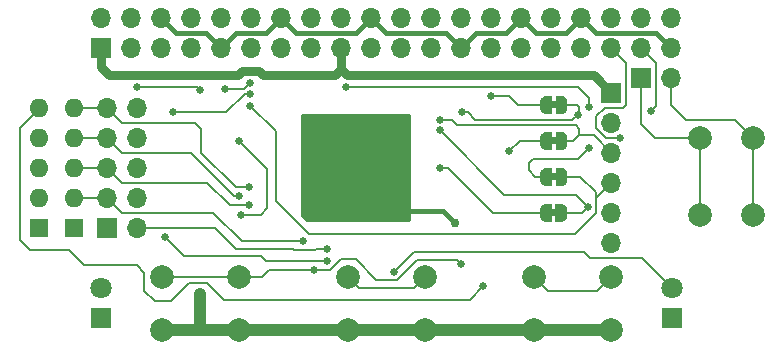
<source format=gbl>
G04 #@! TF.GenerationSoftware,KiCad,Pcbnew,(5.1.4)-1*
G04 #@! TF.CreationDate,2019-10-21T18:14:15+01:00*
G04 #@! TF.ProjectId,rgb-to-hdmi,7267622d-746f-42d6-9864-6d692e6b6963,rev?*
G04 #@! TF.SameCoordinates,Original*
G04 #@! TF.FileFunction,Copper,L2,Bot*
G04 #@! TF.FilePolarity,Positive*
%FSLAX46Y46*%
G04 Gerber Fmt 4.6, Leading zero omitted, Abs format (unit mm)*
G04 Created by KiCad (PCBNEW (5.1.4)-1) date 2019-10-21 18:14:15*
%MOMM*%
%LPD*%
G04 APERTURE LIST*
%ADD10C,0.100000*%
%ADD11O,1.700000X1.700000*%
%ADD12R,1.700000X1.700000*%
%ADD13C,0.500000*%
%ADD14R,1.800000X1.800000*%
%ADD15C,1.800000*%
%ADD16O,1.600000X1.600000*%
%ADD17R,1.600000X1.600000*%
%ADD18C,2.000000*%
%ADD19C,0.762000*%
%ADD20C,0.660400*%
%ADD21C,0.381000*%
%ADD22C,0.762000*%
%ADD23C,0.203200*%
%ADD24C,1.016000*%
%ADD25C,0.254000*%
G04 APERTURE END LIST*
D10*
G36*
X59476000Y-37444960D02*
G01*
X58976000Y-37444960D01*
X58976000Y-36844960D01*
X59476000Y-36844960D01*
X59476000Y-37444960D01*
G37*
G36*
X59476000Y-34396960D02*
G01*
X58976000Y-34396960D01*
X58976000Y-33796960D01*
X59476000Y-33796960D01*
X59476000Y-34396960D01*
G37*
G36*
X59461000Y-43540960D02*
G01*
X58961000Y-43540960D01*
X58961000Y-42940960D01*
X59461000Y-42940960D01*
X59461000Y-43540960D01*
G37*
G36*
X59476000Y-40492960D02*
G01*
X58976000Y-40492960D01*
X58976000Y-39892960D01*
X59476000Y-39892960D01*
X59476000Y-40492960D01*
G37*
D11*
X69132000Y-26730960D03*
X69132000Y-29270960D03*
X66592000Y-26730960D03*
X66592000Y-29270960D03*
X64052000Y-26730960D03*
X64052000Y-29270960D03*
X61512000Y-26730960D03*
X61512000Y-29270960D03*
X58972000Y-26730960D03*
X58972000Y-29270960D03*
X56432000Y-26730960D03*
X56432000Y-29270960D03*
X53892000Y-26730960D03*
X53892000Y-29270960D03*
X51352000Y-26730960D03*
X51352000Y-29270960D03*
X48812000Y-26730960D03*
X48812000Y-29270960D03*
X46272000Y-26730960D03*
X46272000Y-29270960D03*
X43732000Y-26730960D03*
X43732000Y-29270960D03*
X41192000Y-26730960D03*
X41192000Y-29270960D03*
X38652000Y-26730960D03*
X38652000Y-29270960D03*
X36112000Y-26730960D03*
X36112000Y-29270960D03*
X33572000Y-26730960D03*
X33572000Y-29270960D03*
X31032000Y-26730960D03*
X31032000Y-29270960D03*
X28492000Y-26730960D03*
X28492000Y-29270960D03*
X25952000Y-26730960D03*
X25952000Y-29270960D03*
X23412000Y-26730960D03*
X23412000Y-29270960D03*
X20872000Y-26730960D03*
D12*
X20872000Y-29270960D03*
D13*
X59876000Y-37144960D03*
D10*
G36*
X59876000Y-36395562D02*
G01*
X59900534Y-36395562D01*
X59949365Y-36400372D01*
X59997490Y-36409944D01*
X60044445Y-36424188D01*
X60089778Y-36442965D01*
X60133051Y-36466096D01*
X60173850Y-36493356D01*
X60211779Y-36524484D01*
X60246476Y-36559181D01*
X60277604Y-36597110D01*
X60304864Y-36637909D01*
X60327995Y-36681182D01*
X60346772Y-36726515D01*
X60361016Y-36773470D01*
X60370588Y-36821595D01*
X60375398Y-36870426D01*
X60375398Y-36894960D01*
X60376000Y-36894960D01*
X60376000Y-37394960D01*
X60375398Y-37394960D01*
X60375398Y-37419494D01*
X60370588Y-37468325D01*
X60361016Y-37516450D01*
X60346772Y-37563405D01*
X60327995Y-37608738D01*
X60304864Y-37652011D01*
X60277604Y-37692810D01*
X60246476Y-37730739D01*
X60211779Y-37765436D01*
X60173850Y-37796564D01*
X60133051Y-37823824D01*
X60089778Y-37846955D01*
X60044445Y-37865732D01*
X59997490Y-37879976D01*
X59949365Y-37889548D01*
X59900534Y-37894358D01*
X59876000Y-37894358D01*
X59876000Y-37894960D01*
X59376000Y-37894960D01*
X59376000Y-36394960D01*
X59876000Y-36394960D01*
X59876000Y-36395562D01*
X59876000Y-36395562D01*
G37*
D13*
X58576000Y-37144960D03*
D10*
G36*
X59076000Y-37894960D02*
G01*
X58576000Y-37894960D01*
X58576000Y-37894358D01*
X58551466Y-37894358D01*
X58502635Y-37889548D01*
X58454510Y-37879976D01*
X58407555Y-37865732D01*
X58362222Y-37846955D01*
X58318949Y-37823824D01*
X58278150Y-37796564D01*
X58240221Y-37765436D01*
X58205524Y-37730739D01*
X58174396Y-37692810D01*
X58147136Y-37652011D01*
X58124005Y-37608738D01*
X58105228Y-37563405D01*
X58090984Y-37516450D01*
X58081412Y-37468325D01*
X58076602Y-37419494D01*
X58076602Y-37394960D01*
X58076000Y-37394960D01*
X58076000Y-36894960D01*
X58076602Y-36894960D01*
X58076602Y-36870426D01*
X58081412Y-36821595D01*
X58090984Y-36773470D01*
X58105228Y-36726515D01*
X58124005Y-36681182D01*
X58147136Y-36637909D01*
X58174396Y-36597110D01*
X58205524Y-36559181D01*
X58240221Y-36524484D01*
X58278150Y-36493356D01*
X58318949Y-36466096D01*
X58362222Y-36442965D01*
X58407555Y-36424188D01*
X58454510Y-36409944D01*
X58502635Y-36400372D01*
X58551466Y-36395562D01*
X58576000Y-36395562D01*
X58576000Y-36394960D01*
X59076000Y-36394960D01*
X59076000Y-37894960D01*
X59076000Y-37894960D01*
G37*
D13*
X58576000Y-34096960D03*
D10*
G36*
X59076000Y-34846960D02*
G01*
X58576000Y-34846960D01*
X58576000Y-34846358D01*
X58551466Y-34846358D01*
X58502635Y-34841548D01*
X58454510Y-34831976D01*
X58407555Y-34817732D01*
X58362222Y-34798955D01*
X58318949Y-34775824D01*
X58278150Y-34748564D01*
X58240221Y-34717436D01*
X58205524Y-34682739D01*
X58174396Y-34644810D01*
X58147136Y-34604011D01*
X58124005Y-34560738D01*
X58105228Y-34515405D01*
X58090984Y-34468450D01*
X58081412Y-34420325D01*
X58076602Y-34371494D01*
X58076602Y-34346960D01*
X58076000Y-34346960D01*
X58076000Y-33846960D01*
X58076602Y-33846960D01*
X58076602Y-33822426D01*
X58081412Y-33773595D01*
X58090984Y-33725470D01*
X58105228Y-33678515D01*
X58124005Y-33633182D01*
X58147136Y-33589909D01*
X58174396Y-33549110D01*
X58205524Y-33511181D01*
X58240221Y-33476484D01*
X58278150Y-33445356D01*
X58318949Y-33418096D01*
X58362222Y-33394965D01*
X58407555Y-33376188D01*
X58454510Y-33361944D01*
X58502635Y-33352372D01*
X58551466Y-33347562D01*
X58576000Y-33347562D01*
X58576000Y-33346960D01*
X59076000Y-33346960D01*
X59076000Y-34846960D01*
X59076000Y-34846960D01*
G37*
D13*
X59876000Y-34096960D03*
D10*
G36*
X59876000Y-33347562D02*
G01*
X59900534Y-33347562D01*
X59949365Y-33352372D01*
X59997490Y-33361944D01*
X60044445Y-33376188D01*
X60089778Y-33394965D01*
X60133051Y-33418096D01*
X60173850Y-33445356D01*
X60211779Y-33476484D01*
X60246476Y-33511181D01*
X60277604Y-33549110D01*
X60304864Y-33589909D01*
X60327995Y-33633182D01*
X60346772Y-33678515D01*
X60361016Y-33725470D01*
X60370588Y-33773595D01*
X60375398Y-33822426D01*
X60375398Y-33846960D01*
X60376000Y-33846960D01*
X60376000Y-34346960D01*
X60375398Y-34346960D01*
X60375398Y-34371494D01*
X60370588Y-34420325D01*
X60361016Y-34468450D01*
X60346772Y-34515405D01*
X60327995Y-34560738D01*
X60304864Y-34604011D01*
X60277604Y-34644810D01*
X60246476Y-34682739D01*
X60211779Y-34717436D01*
X60173850Y-34748564D01*
X60133051Y-34775824D01*
X60089778Y-34798955D01*
X60044445Y-34817732D01*
X59997490Y-34831976D01*
X59949365Y-34841548D01*
X59900534Y-34846358D01*
X59876000Y-34846358D01*
X59876000Y-34846960D01*
X59376000Y-34846960D01*
X59376000Y-33346960D01*
X59876000Y-33346960D01*
X59876000Y-33347562D01*
X59876000Y-33347562D01*
G37*
D13*
X59861000Y-43240960D03*
D10*
G36*
X59861000Y-42491562D02*
G01*
X59885534Y-42491562D01*
X59934365Y-42496372D01*
X59982490Y-42505944D01*
X60029445Y-42520188D01*
X60074778Y-42538965D01*
X60118051Y-42562096D01*
X60158850Y-42589356D01*
X60196779Y-42620484D01*
X60231476Y-42655181D01*
X60262604Y-42693110D01*
X60289864Y-42733909D01*
X60312995Y-42777182D01*
X60331772Y-42822515D01*
X60346016Y-42869470D01*
X60355588Y-42917595D01*
X60360398Y-42966426D01*
X60360398Y-42990960D01*
X60361000Y-42990960D01*
X60361000Y-43490960D01*
X60360398Y-43490960D01*
X60360398Y-43515494D01*
X60355588Y-43564325D01*
X60346016Y-43612450D01*
X60331772Y-43659405D01*
X60312995Y-43704738D01*
X60289864Y-43748011D01*
X60262604Y-43788810D01*
X60231476Y-43826739D01*
X60196779Y-43861436D01*
X60158850Y-43892564D01*
X60118051Y-43919824D01*
X60074778Y-43942955D01*
X60029445Y-43961732D01*
X59982490Y-43975976D01*
X59934365Y-43985548D01*
X59885534Y-43990358D01*
X59861000Y-43990358D01*
X59861000Y-43990960D01*
X59361000Y-43990960D01*
X59361000Y-42490960D01*
X59861000Y-42490960D01*
X59861000Y-42491562D01*
X59861000Y-42491562D01*
G37*
D13*
X58561000Y-43240960D03*
D10*
G36*
X59061000Y-43990960D02*
G01*
X58561000Y-43990960D01*
X58561000Y-43990358D01*
X58536466Y-43990358D01*
X58487635Y-43985548D01*
X58439510Y-43975976D01*
X58392555Y-43961732D01*
X58347222Y-43942955D01*
X58303949Y-43919824D01*
X58263150Y-43892564D01*
X58225221Y-43861436D01*
X58190524Y-43826739D01*
X58159396Y-43788810D01*
X58132136Y-43748011D01*
X58109005Y-43704738D01*
X58090228Y-43659405D01*
X58075984Y-43612450D01*
X58066412Y-43564325D01*
X58061602Y-43515494D01*
X58061602Y-43490960D01*
X58061000Y-43490960D01*
X58061000Y-42990960D01*
X58061602Y-42990960D01*
X58061602Y-42966426D01*
X58066412Y-42917595D01*
X58075984Y-42869470D01*
X58090228Y-42822515D01*
X58109005Y-42777182D01*
X58132136Y-42733909D01*
X58159396Y-42693110D01*
X58190524Y-42655181D01*
X58225221Y-42620484D01*
X58263150Y-42589356D01*
X58303949Y-42562096D01*
X58347222Y-42538965D01*
X58392555Y-42520188D01*
X58439510Y-42505944D01*
X58487635Y-42496372D01*
X58536466Y-42491562D01*
X58561000Y-42491562D01*
X58561000Y-42490960D01*
X59061000Y-42490960D01*
X59061000Y-43990960D01*
X59061000Y-43990960D01*
G37*
D13*
X58576000Y-40192960D03*
D10*
G36*
X59076000Y-40942960D02*
G01*
X58576000Y-40942960D01*
X58576000Y-40942358D01*
X58551466Y-40942358D01*
X58502635Y-40937548D01*
X58454510Y-40927976D01*
X58407555Y-40913732D01*
X58362222Y-40894955D01*
X58318949Y-40871824D01*
X58278150Y-40844564D01*
X58240221Y-40813436D01*
X58205524Y-40778739D01*
X58174396Y-40740810D01*
X58147136Y-40700011D01*
X58124005Y-40656738D01*
X58105228Y-40611405D01*
X58090984Y-40564450D01*
X58081412Y-40516325D01*
X58076602Y-40467494D01*
X58076602Y-40442960D01*
X58076000Y-40442960D01*
X58076000Y-39942960D01*
X58076602Y-39942960D01*
X58076602Y-39918426D01*
X58081412Y-39869595D01*
X58090984Y-39821470D01*
X58105228Y-39774515D01*
X58124005Y-39729182D01*
X58147136Y-39685909D01*
X58174396Y-39645110D01*
X58205524Y-39607181D01*
X58240221Y-39572484D01*
X58278150Y-39541356D01*
X58318949Y-39514096D01*
X58362222Y-39490965D01*
X58407555Y-39472188D01*
X58454510Y-39457944D01*
X58502635Y-39448372D01*
X58551466Y-39443562D01*
X58576000Y-39443562D01*
X58576000Y-39442960D01*
X59076000Y-39442960D01*
X59076000Y-40942960D01*
X59076000Y-40942960D01*
G37*
D13*
X59876000Y-40192960D03*
D10*
G36*
X59876000Y-39443562D02*
G01*
X59900534Y-39443562D01*
X59949365Y-39448372D01*
X59997490Y-39457944D01*
X60044445Y-39472188D01*
X60089778Y-39490965D01*
X60133051Y-39514096D01*
X60173850Y-39541356D01*
X60211779Y-39572484D01*
X60246476Y-39607181D01*
X60277604Y-39645110D01*
X60304864Y-39685909D01*
X60327995Y-39729182D01*
X60346772Y-39774515D01*
X60361016Y-39821470D01*
X60370588Y-39869595D01*
X60375398Y-39918426D01*
X60375398Y-39942960D01*
X60376000Y-39942960D01*
X60376000Y-40442960D01*
X60375398Y-40442960D01*
X60375398Y-40467494D01*
X60370588Y-40516325D01*
X60361016Y-40564450D01*
X60346772Y-40611405D01*
X60327995Y-40656738D01*
X60304864Y-40700011D01*
X60277604Y-40740810D01*
X60246476Y-40778739D01*
X60211779Y-40813436D01*
X60173850Y-40844564D01*
X60133051Y-40871824D01*
X60089778Y-40894955D01*
X60044445Y-40913732D01*
X59997490Y-40927976D01*
X59949365Y-40937548D01*
X59900534Y-40942358D01*
X59876000Y-40942358D01*
X59876000Y-40942960D01*
X59376000Y-40942960D01*
X59376000Y-39442960D01*
X59876000Y-39442960D01*
X59876000Y-39443562D01*
X59876000Y-39443562D01*
G37*
D12*
X21380000Y-44510960D03*
D11*
X23920000Y-44510960D03*
X21380000Y-41970960D03*
X23920000Y-41970960D03*
X21380000Y-39430960D03*
X23920000Y-39430960D03*
X21380000Y-36890960D03*
X23920000Y-36890960D03*
X21380000Y-34350960D03*
X23920000Y-34350960D03*
D12*
X64100800Y-33054001D03*
D11*
X64100800Y-35594001D03*
X64100800Y-38134001D03*
X64100800Y-40674001D03*
X64100800Y-43214001D03*
X64100800Y-45754001D03*
D12*
X66592000Y-31810960D03*
D11*
X69132000Y-31810960D03*
D14*
X20872000Y-52130960D03*
D15*
X20872000Y-49590960D03*
D14*
X69259000Y-52130960D03*
D15*
X69259000Y-49590960D03*
D16*
X18586000Y-34350960D03*
X18586000Y-36890960D03*
X18586000Y-39430960D03*
X18586000Y-41970960D03*
D17*
X18586000Y-44510960D03*
X15665000Y-44510960D03*
D16*
X15665000Y-41970960D03*
X15665000Y-39430960D03*
X15665000Y-36890960D03*
X15665000Y-34350960D03*
D18*
X26056000Y-53146960D03*
X26056000Y-48646960D03*
X32556000Y-53146960D03*
X32556000Y-48646960D03*
X48304000Y-48646960D03*
X48304000Y-53146960D03*
X41804000Y-48646960D03*
X41804000Y-53146960D03*
X64052000Y-48646960D03*
X64052000Y-53146960D03*
X57552000Y-48646960D03*
X57552000Y-53146960D03*
X76117000Y-43390960D03*
X71617000Y-43390960D03*
X76117000Y-36890960D03*
X71617000Y-36890960D03*
D19*
X48329400Y-31556960D03*
X44062200Y-31556960D03*
X50844000Y-44129960D03*
X44052000Y-35200960D03*
X39252000Y-43600960D03*
X39261600Y-37856160D03*
D20*
X23920000Y-32572960D03*
X29254000Y-32826960D03*
X32708400Y-43393360D03*
X31384707Y-32722922D03*
X33523630Y-32217352D03*
X32543299Y-37132259D03*
X41662000Y-32572960D03*
X62223200Y-34274760D03*
X62223200Y-37754560D03*
X64814000Y-36890960D03*
X38906000Y-48066960D03*
X51352000Y-47558960D03*
X67455600Y-34604960D03*
X55441400Y-38033960D03*
X45713198Y-48244760D03*
X53892000Y-33309560D03*
X49574000Y-39430960D03*
D19*
X29254000Y-50098960D03*
D20*
X33521202Y-33155620D03*
X26968000Y-34706560D03*
X33445000Y-41081960D03*
X32556000Y-41843960D03*
X33445000Y-42605960D03*
X38017000Y-45653960D03*
X40049000Y-46288960D03*
X40049000Y-47304960D03*
X26282200Y-45298360D03*
X53257000Y-49463960D03*
X49574000Y-35366960D03*
X33521200Y-34173160D03*
X61232600Y-34935160D03*
X51479000Y-34731960D03*
X49554715Y-36238955D03*
X62121612Y-42758360D03*
D21*
X64100800Y-32850360D02*
X64100800Y-33054001D01*
X50844000Y-44129960D02*
X49828000Y-43113960D01*
X49828000Y-43113960D02*
X46780000Y-43113960D01*
D22*
X41192000Y-29270960D02*
X41192000Y-31048960D01*
X41700000Y-31556960D02*
X44062200Y-31556960D01*
X44062200Y-31556960D02*
X48329400Y-31556960D01*
X41192000Y-31048960D02*
X41700000Y-31556960D01*
D21*
X40302000Y-38950960D02*
X39252000Y-38950960D01*
X44052000Y-35200960D02*
X40302000Y-38950960D01*
X39252000Y-38950960D02*
X39252000Y-43600960D01*
X39252000Y-38950960D02*
X39252000Y-37865760D01*
X39252000Y-37865760D02*
X39261600Y-37856160D01*
D22*
X62603759Y-31556960D02*
X64100800Y-33054001D01*
X48329400Y-31556960D02*
X62603759Y-31556960D01*
X20872000Y-30882960D02*
X20872000Y-29270960D01*
X21546000Y-31556960D02*
X20872000Y-30882960D01*
X41192000Y-31048960D02*
X40709400Y-31531560D01*
X40709400Y-31531560D02*
X34562600Y-31531560D01*
X34232400Y-31201360D02*
X32835400Y-31201360D01*
X34562600Y-31531560D02*
X34232400Y-31201360D01*
X32835400Y-31201360D02*
X32479800Y-31556960D01*
X32479800Y-31556960D02*
X21546000Y-31556960D01*
D23*
X29000000Y-32572960D02*
X23920000Y-32572960D01*
X29254000Y-32826960D02*
X29000000Y-32572960D01*
X33523630Y-32217352D02*
X33018060Y-32722922D01*
X31851680Y-32722922D02*
X31384707Y-32722922D01*
X33018060Y-32722922D02*
X31851680Y-32722922D01*
X34969000Y-42834560D02*
X34969000Y-39557960D01*
X34969000Y-39557960D02*
X32873498Y-37462458D01*
X32873498Y-37462458D02*
X32543299Y-37132259D01*
X34410200Y-43393360D02*
X34969000Y-42834560D01*
X32708400Y-43393360D02*
X34410200Y-43393360D01*
X41662000Y-32572960D02*
X61258000Y-32572960D01*
X61258000Y-32572960D02*
X61283400Y-32572960D01*
X61283400Y-32572960D02*
X62197800Y-33487360D01*
X62197800Y-33487360D02*
X62197800Y-34249360D01*
X62197800Y-34249360D02*
X62223200Y-34274760D01*
X61308800Y-38668960D02*
X62223200Y-37754560D01*
X57651200Y-40192960D02*
X57092400Y-39634160D01*
X57092400Y-39634160D02*
X57092400Y-39049960D01*
X57092400Y-39049960D02*
X57473400Y-38668960D01*
X57473400Y-38668960D02*
X61308800Y-38668960D01*
X57651200Y-40192960D02*
X58576000Y-40192960D01*
X57552000Y-48646960D02*
X57552000Y-48678960D01*
X57552000Y-48678960D02*
X58718000Y-49844960D01*
X62854000Y-49844960D02*
X64052000Y-48646960D01*
X58718000Y-49844960D02*
X62854000Y-49844960D01*
X64052000Y-29270960D02*
X65322000Y-30540960D01*
X65322000Y-30540960D02*
X65322000Y-34096960D01*
X65322000Y-34096960D02*
X65068000Y-34350960D01*
X65068000Y-34350960D02*
X63544000Y-34350960D01*
X63544000Y-34350960D02*
X62815370Y-35079590D01*
X62815370Y-35079590D02*
X62815370Y-36095590D01*
X62815370Y-36095590D02*
X63610740Y-36890960D01*
X63610740Y-36890960D02*
X64814000Y-36890960D01*
X26056000Y-48646960D02*
X32556000Y-48646960D01*
X32556000Y-48646960D02*
X34516000Y-48646960D01*
X34516000Y-48646960D02*
X34588000Y-48574960D01*
X35096000Y-48066960D02*
X34588000Y-48574960D01*
X38906000Y-48066960D02*
X35096000Y-48066960D01*
X34588000Y-48574960D02*
X34516000Y-48646960D01*
X33246000Y-48646960D02*
X32556000Y-48646960D01*
X51021801Y-47228761D02*
X51352000Y-47558960D01*
X47643599Y-47228761D02*
X51021801Y-47228761D01*
X40303000Y-48066960D02*
X41192000Y-47177960D01*
X42462000Y-47177960D02*
X44189201Y-48905161D01*
X38906000Y-48066960D02*
X40303000Y-48066960D01*
X44189201Y-48905161D02*
X45967199Y-48905161D01*
X41192000Y-47177960D02*
X42462000Y-47177960D01*
X45967199Y-48905161D02*
X47643599Y-47228761D01*
X41804000Y-48646960D02*
X41804000Y-48678960D01*
X41804000Y-48678960D02*
X42716000Y-49590960D01*
X42716000Y-49590960D02*
X47360000Y-49590960D01*
X47360000Y-49590960D02*
X48304000Y-48646960D01*
X67862000Y-34198560D02*
X67455600Y-34604960D01*
X66592000Y-29270960D02*
X67862000Y-30540960D01*
X67862000Y-30540960D02*
X67862000Y-34198560D01*
X58576000Y-37144960D02*
X56330400Y-37144960D01*
X56330400Y-37144960D02*
X55441400Y-38033960D01*
X71617000Y-36890960D02*
X71617000Y-43390960D01*
X66592000Y-32246960D02*
X66592000Y-31810960D01*
X67760400Y-36890960D02*
X69919400Y-36890960D01*
X66592000Y-35722560D02*
X67760400Y-36890960D01*
X66592000Y-31810960D02*
X66592000Y-35722560D01*
X71617000Y-36890960D02*
X69919400Y-36890960D01*
X69919400Y-36890960D02*
X68344600Y-36890960D01*
X76117000Y-36890960D02*
X76117000Y-43390960D01*
X69132000Y-31810960D02*
X69132000Y-34096960D01*
X69132000Y-34096960D02*
X70402000Y-35366960D01*
X74593000Y-35366960D02*
X76117000Y-36890960D01*
X70402000Y-35366960D02*
X74593000Y-35366960D01*
X69259000Y-49590960D02*
X66719000Y-47050960D01*
X66719000Y-47050960D02*
X62274000Y-47050960D01*
X62274000Y-47050960D02*
X61766000Y-46542960D01*
X46043397Y-47914561D02*
X45713198Y-48244760D01*
X61766000Y-46542960D02*
X47414998Y-46542960D01*
X47414998Y-46542960D02*
X46043397Y-47914561D01*
X56178000Y-34096960D02*
X58576000Y-34096960D01*
X53892000Y-33309560D02*
X55390600Y-33309560D01*
X55390600Y-33309560D02*
X56178000Y-34096960D01*
X57453000Y-43240960D02*
X58561000Y-43240960D01*
X54069800Y-43240960D02*
X57453000Y-43240960D01*
X49574000Y-39430960D02*
X50259800Y-39430960D01*
X50259800Y-39430960D02*
X54069800Y-43240960D01*
D21*
X61512000Y-26730960D02*
X62782000Y-28000960D01*
X67862000Y-28000960D02*
X69132000Y-29270960D01*
X62782000Y-28000960D02*
X67862000Y-28000960D01*
X56432000Y-26730960D02*
X57702000Y-28000960D01*
X60242000Y-28000960D02*
X61512000Y-26730960D01*
X57702000Y-28000960D02*
X60242000Y-28000960D01*
X51352000Y-29270960D02*
X52622000Y-28000960D01*
X55162000Y-28000960D02*
X56432000Y-26730960D01*
X52622000Y-28000960D02*
X55162000Y-28000960D01*
X51352000Y-29270960D02*
X50082000Y-28000960D01*
X45002000Y-28000960D02*
X43732000Y-26730960D01*
X50082000Y-28000960D02*
X45002000Y-28000960D01*
X31032000Y-29270960D02*
X29762000Y-28000960D01*
X27222000Y-28000960D02*
X25952000Y-26730960D01*
X29762000Y-28000960D02*
X27222000Y-28000960D01*
X31032000Y-29270960D02*
X31032000Y-29016960D01*
X36112000Y-26730960D02*
X34842000Y-28000960D01*
X32302000Y-28000960D02*
X31032000Y-29270960D01*
X34842000Y-28000960D02*
X32302000Y-28000960D01*
X36112000Y-26730960D02*
X37382000Y-28000960D01*
X37382000Y-28000960D02*
X42462000Y-28000960D01*
X42462000Y-28000960D02*
X43732000Y-26730960D01*
D24*
X41804000Y-53146960D02*
X32556000Y-53146960D01*
X57552000Y-53146960D02*
X48304000Y-53146960D01*
X26056000Y-53146960D02*
X29254000Y-53146960D01*
X29254000Y-53146960D02*
X32556000Y-53146960D01*
X41804000Y-53146960D02*
X48304000Y-53146960D01*
X57552000Y-53146960D02*
X64052000Y-53146960D01*
X29254000Y-50098960D02*
X29254000Y-53146960D01*
D23*
X26841000Y-34731960D02*
X31463796Y-34731960D01*
X33054229Y-33155620D02*
X33521202Y-33155620D01*
X33040136Y-33155620D02*
X33054229Y-33155620D01*
X31463796Y-34731960D02*
X33040136Y-33155620D01*
X33445000Y-41081960D02*
X32302000Y-41081960D01*
X32302000Y-41081960D02*
X29381000Y-38160960D01*
X22650000Y-35620960D02*
X21380000Y-34350960D01*
X28873000Y-35620960D02*
X22650000Y-35620960D01*
X29381000Y-36128960D02*
X28873000Y-35620960D01*
X29381000Y-38160960D02*
X29381000Y-36128960D01*
X21380000Y-34350960D02*
X18586000Y-34350960D01*
X32175000Y-41843960D02*
X28492000Y-38160960D01*
X32556000Y-41843960D02*
X32175000Y-41843960D01*
X28492000Y-38160960D02*
X28365000Y-38160960D01*
X22396000Y-37906960D02*
X22650000Y-38160960D01*
X28492000Y-38160960D02*
X28365000Y-38160960D01*
X28365000Y-38160960D02*
X22650000Y-38160960D01*
X21380000Y-36890960D02*
X22396000Y-37906960D01*
X22396000Y-37906960D02*
X22523000Y-38033960D01*
X18586000Y-36890960D02*
X21380000Y-36890960D01*
X22650000Y-40700960D02*
X21380000Y-39430960D01*
X29889000Y-40700960D02*
X22650000Y-40700960D01*
X31794000Y-42605960D02*
X29889000Y-40700960D01*
X33445000Y-42605960D02*
X31794000Y-42605960D01*
X21380000Y-39430960D02*
X18586000Y-39430960D01*
X38017000Y-45653960D02*
X37255000Y-45653960D01*
X37509000Y-45653960D02*
X37255000Y-45653960D01*
X37255000Y-45653960D02*
X34207000Y-45653960D01*
X34207000Y-45653960D02*
X34080000Y-45653960D01*
X21380000Y-41970960D02*
X18586000Y-41970960D01*
X34207000Y-45653960D02*
X32810000Y-45653960D01*
X30397000Y-43240960D02*
X22650000Y-43240960D01*
X32810000Y-45653960D02*
X30397000Y-43240960D01*
X22650000Y-43240960D02*
X21380000Y-41970960D01*
X36239000Y-46288960D02*
X37128000Y-46288960D01*
X39160000Y-46288960D02*
X40049000Y-46288960D01*
X39033000Y-46415960D02*
X39160000Y-46288960D01*
X37255000Y-46415960D02*
X39033000Y-46415960D01*
X37128000Y-46288960D02*
X37255000Y-46415960D01*
X40049000Y-46288960D02*
X39287000Y-46288960D01*
X36366000Y-46288960D02*
X36239000Y-46288960D01*
X36239000Y-46288960D02*
X32302000Y-46288960D01*
X32302000Y-46288960D02*
X30524000Y-44510960D01*
X30524000Y-44510960D02*
X23920000Y-44510960D01*
X34842000Y-47304960D02*
X34461000Y-46923960D01*
X40049000Y-47304960D02*
X34842000Y-47304960D01*
X27907800Y-46923960D02*
X26282200Y-45298360D01*
X34461000Y-46923960D02*
X27907800Y-46923960D01*
X15741200Y-34350960D02*
X15792000Y-34350960D01*
X14014000Y-36078160D02*
X15741200Y-34350960D01*
X14014000Y-45526960D02*
X14014000Y-36078160D01*
X14903000Y-46415960D02*
X14014000Y-45526960D01*
X18205000Y-46415960D02*
X14903000Y-46415960D01*
X19475000Y-47685960D02*
X18205000Y-46415960D01*
X23920000Y-47685960D02*
X19475000Y-47685960D01*
X24555000Y-48320960D02*
X23920000Y-47685960D01*
X24555000Y-49844960D02*
X24555000Y-48320960D01*
X25444000Y-50733960D02*
X24555000Y-49844960D01*
X52114000Y-50606960D02*
X31286000Y-50606960D01*
X53257000Y-49463960D02*
X52114000Y-50606960D01*
X31286000Y-50606960D02*
X29889000Y-49209960D01*
X29889000Y-49209960D02*
X28365000Y-49209960D01*
X28365000Y-49209960D02*
X26841000Y-50733960D01*
X26841000Y-50733960D02*
X25444000Y-50733960D01*
X62603759Y-36636960D02*
X64100800Y-38134001D01*
X61385000Y-36636960D02*
X62603759Y-36636960D01*
X61385000Y-36636960D02*
X60877000Y-37144960D01*
X61080200Y-35824160D02*
X61385000Y-36128960D01*
X61385000Y-36128960D02*
X61385000Y-36636960D01*
X51047200Y-35824160D02*
X61080200Y-35824160D01*
X50590000Y-35366960D02*
X51047200Y-35824160D01*
X49574000Y-35366960D02*
X50590000Y-35366960D01*
X60877000Y-37144960D02*
X59876000Y-37144960D01*
X33521200Y-34173160D02*
X35680199Y-36332159D01*
X35680199Y-42275759D02*
X38474200Y-45069760D01*
X38474200Y-45069760D02*
X61004000Y-45069760D01*
X61004000Y-45069760D02*
X62782001Y-43291759D01*
X35680199Y-36332159D02*
X35680199Y-42275759D01*
X62782001Y-41992800D02*
X64100800Y-40674001D01*
X62782001Y-43291759D02*
X62782001Y-41992800D01*
X62782001Y-41992800D02*
X62782001Y-41513761D01*
X61461200Y-40192960D02*
X59876000Y-40192960D01*
X62782001Y-41513761D02*
X61461200Y-40192960D01*
X61142990Y-35024770D02*
X61232600Y-34935160D01*
X61334200Y-34833560D02*
X61334200Y-34274760D01*
X61232600Y-34935160D02*
X61334200Y-34833560D01*
X60800800Y-35366960D02*
X61232600Y-34935160D01*
X52580973Y-35366960D02*
X60800800Y-35366960D01*
X51479000Y-34731960D02*
X51945973Y-34731960D01*
X51945973Y-34731960D02*
X52580973Y-35366960D01*
X61156400Y-34096960D02*
X59876000Y-34096960D01*
X61334200Y-34274760D02*
X61156400Y-34096960D01*
X59861000Y-43240960D02*
X61639012Y-43240960D01*
X49554715Y-36238955D02*
X55032720Y-41716960D01*
X55032720Y-41716960D02*
X61080212Y-41716960D01*
X61791413Y-42428161D02*
X62121612Y-42758360D01*
X61080212Y-41716960D02*
X61791413Y-42428161D01*
X61639012Y-43240960D02*
X61791413Y-43088559D01*
X61791413Y-43088559D02*
X62121612Y-42758360D01*
D25*
G36*
X46975000Y-43873960D02*
G01*
X38320110Y-43873960D01*
X37929000Y-43482850D01*
X37929000Y-34927960D01*
X46975000Y-34927960D01*
X46975000Y-43873960D01*
X46975000Y-43873960D01*
G37*
X46975000Y-43873960D02*
X38320110Y-43873960D01*
X37929000Y-43482850D01*
X37929000Y-34927960D01*
X46975000Y-34927960D01*
X46975000Y-43873960D01*
M02*

</source>
